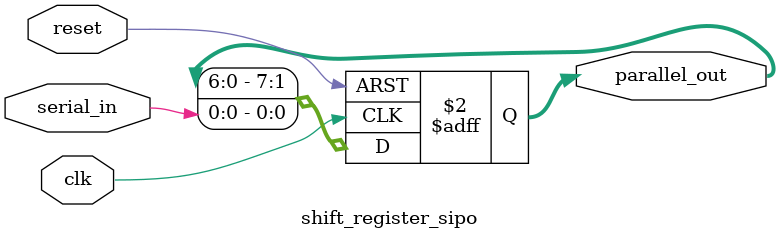
<source format=v>

`timescale 1ns / 1ps

module shift_register_sipo #(
    parameter WIDTH = 8
)(
    input clk,
    input reset,
    input serial_in,
    output reg [7:0] parallel_out
);

always @(posedge clk or posedge reset) begin
    if (reset) begin
        parallel_out <= 8'b0;
    end else begin
        parallel_out <= {parallel_out[6:0], serial_in}; // 왼쪽으로 한 비트씩 시프트하고 가장 오른쪽에 입력 삽입
    end
end

endmodule

</source>
